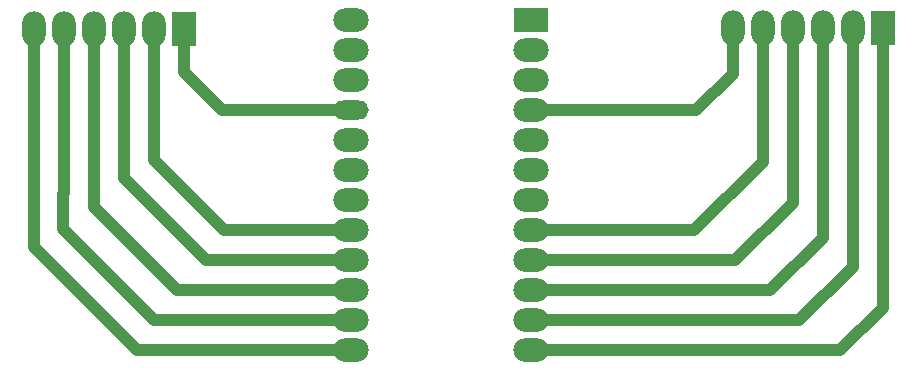
<source format=gbr>
%TF.GenerationSoftware,KiCad,Pcbnew,(6.0.2)*%
%TF.CreationDate,2022-03-23T22:04:47+01:00*%
%TF.ProjectId,numPAD_MCU,6e756d50-4144-45f4-9d43-552e6b696361,rev?*%
%TF.SameCoordinates,Original*%
%TF.FileFunction,Copper,L1,Top*%
%TF.FilePolarity,Positive*%
%FSLAX46Y46*%
G04 Gerber Fmt 4.6, Leading zero omitted, Abs format (unit mm)*
G04 Created by KiCad (PCBNEW (6.0.2)) date 2022-03-23 22:04:47*
%MOMM*%
%LPD*%
G01*
G04 APERTURE LIST*
%TA.AperFunction,ComponentPad*%
%ADD10R,2.000000X3.000000*%
%TD*%
%TA.AperFunction,ComponentPad*%
%ADD11O,2.000000X3.000000*%
%TD*%
%TA.AperFunction,ComponentPad*%
%ADD12R,3.000000X2.000000*%
%TD*%
%TA.AperFunction,ComponentPad*%
%ADD13O,3.000000X2.000000*%
%TD*%
%TA.AperFunction,ComponentPad*%
%ADD14O,3.000000X1.620000*%
%TD*%
%TA.AperFunction,Conductor*%
%ADD15C,1.000000*%
%TD*%
G04 APERTURE END LIST*
D10*
%TO.P,J1,1,Pin_1*%
%TO.N,Net-(U1-Pad21)*%
X123200000Y-76500000D03*
D11*
%TO.P,J1,2,Pin_2*%
%TO.N,Net-(U1-Pad17)*%
X120660000Y-76500000D03*
%TO.P,J1,3,Pin_3*%
%TO.N,Net-(U1-Pad16)*%
X118120000Y-76500000D03*
%TO.P,J1,4,Pin_4*%
%TO.N,Net-(U1-Pad15)*%
X115580000Y-76500000D03*
%TO.P,J1,5,Pin_5*%
%TO.N,Net-(U1-Pad14)*%
X113040000Y-76500000D03*
%TO.P,J1,6,Pin_6*%
%TO.N,Net-(U1-Pad13)*%
X110500000Y-76500000D03*
%TD*%
D10*
%TO.P,J2,1,Pin_1*%
%TO.N,Net-(J2-Pad1)*%
X182375000Y-76475000D03*
D11*
%TO.P,J2,2,Pin_2*%
%TO.N,Net-(J2-Pad2)*%
X179835000Y-76475000D03*
%TO.P,J2,3,Pin_3*%
%TO.N,Net-(J2-Pad3)*%
X177295000Y-76475000D03*
%TO.P,J2,4,Pin_4*%
%TO.N,Net-(J2-Pad4)*%
X174755000Y-76475000D03*
%TO.P,J2,5,Pin_5*%
%TO.N,Net-(J2-Pad5)*%
X172215000Y-76475000D03*
%TO.P,J2,6,Pin_6*%
%TO.N,Net-(U1-Pad4)*%
X169675000Y-76475000D03*
%TD*%
D12*
%TO.P,U1,1,TX*%
%TO.N,unconnected-(U1-Pad1)*%
X152620000Y-75800000D03*
D13*
%TO.P,U1,2,RX*%
%TO.N,unconnected-(U1-Pad2)*%
X152620000Y-78340000D03*
%TO.P,U1,3,GND*%
%TO.N,unconnected-(U1-Pad3)*%
X152620000Y-80880000D03*
%TO.P,U1,4,GND*%
%TO.N,Net-(U1-Pad4)*%
X152620000Y-83420000D03*
%TO.P,U1,5,SDA*%
%TO.N,unconnected-(U1-Pad5)*%
X152620000Y-85960000D03*
%TO.P,U1,6,SCL*%
%TO.N,unconnected-(U1-Pad6)*%
X152620000Y-88500000D03*
%TO.P,U1,7,D4*%
%TO.N,unconnected-(U1-Pad7)*%
X152620000Y-91040000D03*
%TO.P,U1,8,C6*%
%TO.N,Net-(J2-Pad5)*%
X152620000Y-93580000D03*
%TO.P,U1,9,D7*%
%TO.N,Net-(J2-Pad4)*%
X152620000Y-96120000D03*
%TO.P,U1,10,E6*%
%TO.N,Net-(J2-Pad3)*%
X152620000Y-98660000D03*
%TO.P,U1,11,B4*%
%TO.N,Net-(J2-Pad2)*%
X152620000Y-101200000D03*
%TO.P,U1,12,B5*%
%TO.N,Net-(J2-Pad1)*%
X152620000Y-103740000D03*
%TO.P,U1,13,B6*%
%TO.N,Net-(U1-Pad13)*%
X137380000Y-103740000D03*
%TO.P,U1,14,B2*%
%TO.N,Net-(U1-Pad14)*%
X137380000Y-101200000D03*
%TO.P,U1,15,B3*%
%TO.N,Net-(U1-Pad15)*%
X137380000Y-98660000D03*
%TO.P,U1,16,B1*%
%TO.N,Net-(U1-Pad16)*%
X137380000Y-96120000D03*
%TO.P,U1,17,F7*%
%TO.N,Net-(U1-Pad17)*%
X137380000Y-93580000D03*
%TO.P,U1,18,F6*%
%TO.N,unconnected-(U1-Pad18)*%
X137380000Y-91040000D03*
%TO.P,U1,19,F5*%
%TO.N,unconnected-(U1-Pad19)*%
X137380000Y-88500000D03*
%TO.P,U1,20,F4*%
%TO.N,unconnected-(U1-Pad20)*%
X137380000Y-85960000D03*
D14*
%TO.P,U1,21,VCC*%
%TO.N,Net-(U1-Pad21)*%
X137380000Y-83420000D03*
D13*
%TO.P,U1,22,RST*%
%TO.N,unconnected-(U1-Pad22)*%
X137380000Y-80880000D03*
%TO.P,U1,23,GND*%
%TO.N,unconnected-(U1-Pad23)*%
X137380000Y-78340000D03*
%TO.P,U1,24,RAW*%
%TO.N,unconnected-(U1-Pad24)*%
X137380000Y-75800000D03*
%TD*%
D15*
%TO.N,Net-(J2-Pad5)*%
X166420000Y-93580000D02*
X152620000Y-93580000D01*
X172215000Y-76475000D02*
X172215000Y-87785000D01*
X172215000Y-87785000D02*
X166420000Y-93580000D01*
%TO.N,Net-(J2-Pad4)*%
X174755000Y-91245000D02*
X169880000Y-96120000D01*
X174755000Y-76475000D02*
X174755000Y-91245000D01*
X169880000Y-96120000D02*
X152620000Y-96120000D01*
%TO.N,Net-(J2-Pad3)*%
X177295000Y-94205000D02*
X172840000Y-98660000D01*
X177295000Y-76475000D02*
X177295000Y-94205000D01*
X172840000Y-98660000D02*
X152620000Y-98660000D01*
%TO.N,Net-(J2-Pad2)*%
X179835000Y-96665000D02*
X175300000Y-101200000D01*
X179835000Y-76475000D02*
X179835000Y-96665000D01*
X175300000Y-101200000D02*
X152620000Y-101200000D01*
%TO.N,Net-(J2-Pad1)*%
X178760000Y-103740000D02*
X152620000Y-103740000D01*
X182375000Y-76475000D02*
X182375000Y-100125000D01*
X182375000Y-100125000D02*
X178760000Y-103740000D01*
%TO.N,Net-(U1-Pad13)*%
X110500000Y-76500000D02*
X110500000Y-95000000D01*
X119240000Y-103740000D02*
X137380000Y-103740000D01*
X110500000Y-95000000D02*
X119240000Y-103740000D01*
%TO.N,Net-(U1-Pad14)*%
X113040000Y-90460000D02*
X113000000Y-90500000D01*
X113000000Y-93500000D02*
X120700000Y-101200000D01*
X113040000Y-76500000D02*
X113040000Y-90460000D01*
X113000000Y-90500000D02*
X113000000Y-93500000D01*
X120700000Y-101200000D02*
X137380000Y-101200000D01*
%TO.N,Net-(U1-Pad15)*%
X122660000Y-98660000D02*
X137380000Y-98660000D01*
X115580000Y-76500000D02*
X115580000Y-91580000D01*
X115580000Y-91580000D02*
X122660000Y-98660000D01*
%TO.N,Net-(U1-Pad16)*%
X118120000Y-89120000D02*
X125120000Y-96120000D01*
X118120000Y-76500000D02*
X118120000Y-89120000D01*
X125120000Y-96120000D02*
X137380000Y-96120000D01*
%TO.N,Net-(U1-Pad17)*%
X126580000Y-93580000D02*
X137380000Y-93580000D01*
X120660000Y-76500000D02*
X120660000Y-87660000D01*
X120660000Y-87660000D02*
X126580000Y-93580000D01*
%TO.N,Net-(U1-Pad21)*%
X123200000Y-80200000D02*
X126420000Y-83420000D01*
X126420000Y-83420000D02*
X137380000Y-83420000D01*
X123200000Y-76500000D02*
X123200000Y-80200000D01*
%TO.N,Net-(U1-Pad4)*%
X169675000Y-76475000D02*
X169675000Y-80325000D01*
X169675000Y-80325000D02*
X166580000Y-83420000D01*
X166580000Y-83420000D02*
X152620000Y-83420000D01*
%TD*%
M02*

</source>
